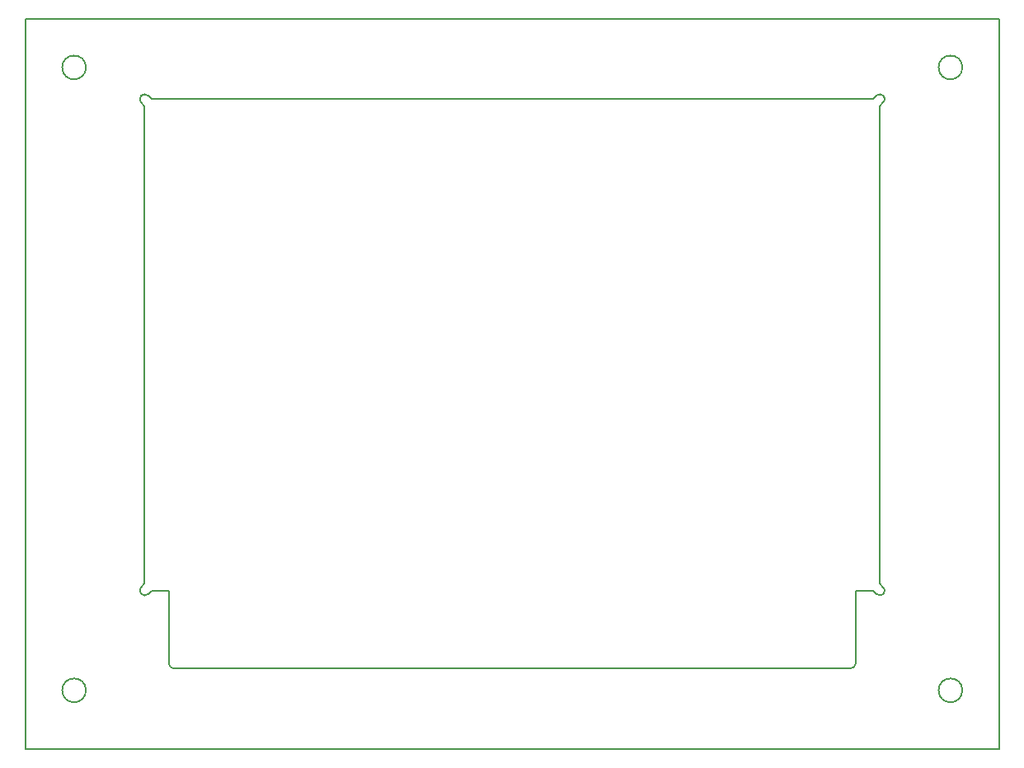
<source format=gbr>
%TF.GenerationSoftware,KiCad,Pcbnew,5.1.9-73d0e3b20d~88~ubuntu20.04.1*%
%TF.CreationDate,2021-04-15T11:19:29-07:00*%
%TF.ProjectId,frame_50x75,6672616d-655f-4353-9078-37352e6b6963,2*%
%TF.SameCoordinates,Original*%
%TF.FileFunction,Profile,NP*%
%FSLAX46Y46*%
G04 Gerber Fmt 4.6, Leading zero omitted, Abs format (unit mm)*
G04 Created by KiCad (PCBNEW 5.1.9-73d0e3b20d~88~ubuntu20.04.1) date 2021-04-15 11:19:29*
%MOMM*%
%LPD*%
G01*
G04 APERTURE LIST*
%TA.AperFunction,Profile*%
%ADD10C,0.200000*%
%TD*%
G04 APERTURE END LIST*
D10*
X225003551Y-109046444D02*
G75*
G02*
X224296445Y-109753552I-353553J-353554D01*
G01*
X143120000Y-55650000D02*
G75*
G03*
X143120000Y-55650000I-1220000J0D01*
G01*
X224649999Y-108692893D02*
X225003552Y-109046446D01*
X225003552Y-59253553D02*
X224649999Y-59607106D01*
X151649998Y-109399999D02*
X149857105Y-109399998D01*
X224296444Y-58546447D02*
G75*
G02*
X225003552Y-59253553I353554J-353553D01*
G01*
X149149999Y-108692893D02*
X149150000Y-59607106D01*
X149503552Y-58546446D02*
X149857105Y-58900000D01*
X136899999Y-50650000D02*
X236899999Y-50650000D01*
X222149998Y-109399999D02*
X222149998Y-116899998D01*
X236899999Y-125649999D02*
X136900000Y-125649998D01*
X149857105Y-109399998D02*
X149503552Y-109753552D01*
X149150000Y-59607106D02*
X148796446Y-59253553D01*
X236899999Y-50650000D02*
X236899999Y-125649999D01*
X233119999Y-55650000D02*
G75*
G03*
X233119999Y-55650000I-1220000J0D01*
G01*
X143120000Y-119649999D02*
G75*
G03*
X143120000Y-119649999I-1220000J0D01*
G01*
X148796446Y-109046446D02*
X149149999Y-108692893D01*
X233119999Y-119649999D02*
G75*
G03*
X233119999Y-119649999I-1220000J0D01*
G01*
X136900000Y-125649998D02*
X136899999Y-50650000D01*
X151649999Y-116899999D02*
X151649998Y-109399999D01*
X149503552Y-109753550D02*
G75*
G02*
X148796446Y-109046446I-353553J353552D01*
G01*
X222149999Y-116899998D02*
G75*
G02*
X221649998Y-117399999I-500001J0D01*
G01*
X223942892Y-58900000D02*
X224296445Y-58546446D01*
X224296445Y-109753552D02*
X223942892Y-109399998D01*
X221649998Y-117399999D02*
X152149998Y-117399998D01*
X224649999Y-59607106D02*
X224649999Y-108692893D01*
X149857105Y-58900000D02*
X223942892Y-58900000D01*
X223942892Y-109399998D02*
X222149998Y-109399999D01*
X152149998Y-117399998D02*
G75*
G02*
X151649999Y-116899999I0J499999D01*
G01*
X148796448Y-59253554D02*
G75*
G02*
X149503552Y-58546446I353552J353554D01*
G01*
M02*

</source>
